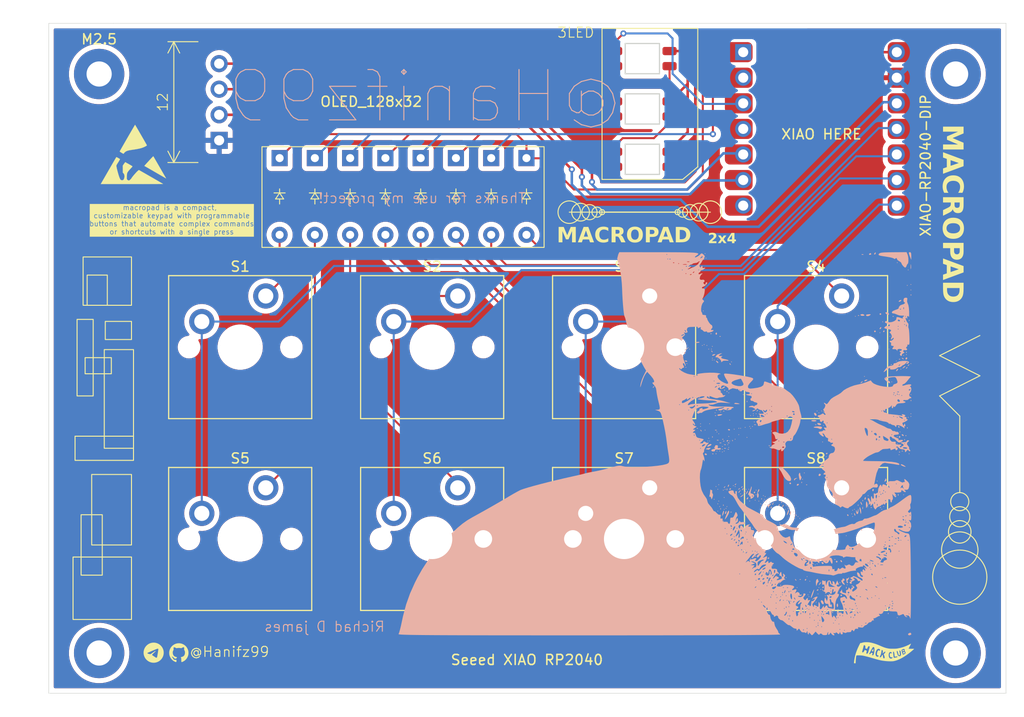
<source format=kicad_pcb>
(kicad_pcb (version 20241229) (generator "pcbnew") (generator_version "9.0")
  (layers (0 "F.Cu" signal) (2 "B.Cu" signal) (13 "F.Paste" user) (15 "B.Paste" user) (5 "F.SilkS" user "F.Silkscreen") (7 "B.SilkS" user "B.Silkscreen") (1 "F.Mask" user) (3 "B.Mask" user) (25 "Edge.Cuts" user))
  (net 0 "")
  (net 1 "Net-(D1-A)")
  (net 2 "ROW 0")
  (net 3 "Net-(D2-A)")
  (net 4 "Net-(D3-A)")
  (net 5 "Net-(D4-A)")
  (net 6 "Net-(D5-A)")
  (net 7 "COLM 0")
  (net 8 "Net-(D6-A)")
  (net 9 "Net-(D7-A)")
  (net 10 "Net-(D8-A)")
  (net 11 "GND")
  (net 12 "+5V")
  (net 13 "Net-(D10-DIN)")
  (net 14 "LED")
  (net 15 "Net-(D10-DOUT)")
  (net 16 "SCL")
  (net 17 "3v3")
  (net 18 "SDA")
  (net 22 "ROW 1")
  (net 23 "COLM 1")
  (net 24 "COLM 2")
  (net 25 "COLM 3")
  (footprint "MountingHole:MountingHole_2.5mm_Pad" (layer "F.Cu") (at 107.47625 22.41625)
    (property "Reference" "REF**" (hide yes))
    (property "Value" "MountingHole_2.5mm_Pad" (hide yes))
    (pad "1" thru_hole circle (at 0 0) (size 5 5) (drill 2.5) (layers "*.Cu" "*.Mask"))
  )
  (footprint "ScottoKeebs_Components:Diode_DO-35" (layer "F.Cu") (at 47.38625 30.76625 -90)
    (property "Reference" "D6" (hide yes))
    (property "Value" "~" (hide yes))
    (pad "1" thru_hole rect (at 0 0 270) (size 1.6 1.6) (drill 0.8) (layers "*.Cu" "*.Mask") (net 22 "ROW 1"))
    (pad "2" thru_hole oval (at 7.62 0 270) (size 1.6 1.6) (drill 0.8) (layers "*.Cu" "*.Mask") (net 8 "Net-(D6-A)"))
  )
  (footprint "Symbol:ESD-Logo_6.6x6mm_SilkScreen" (layer "F.Cu") (at 25.88625 30.38625)
    (property "Reference" "REF**" (hide yes))
    (property "Value" "ESD-Logo_6.6x6mm_SilkScreen" (hide yes))
  )
  (footprint "MountingHole:MountingHole_2.5mm_Pad" (layer "F.Cu") (at 22.47625 79.91625)
    (property "Reference" "REF**" (hide yes))
    (property "Value" "MountingHole_2.5mm_Pad" (hide yes))
    (pad "1" thru_hole circle (at 0 0) (size 5 5) (drill 2.5) (layers "*.Cu" "*.Mask"))
  )
  (footprint "ScottoKeebs_Components:LED_SK6812MINI" (layer "F.Cu") (at 76.38625 20.88625)
    (property "Reference" "D9" (hide yes))
    (property "Value" "LED_SK6812MINI" (hide yes))
    (fp_line (start -1.7 -1.5) (end -1.7 1.5) (stroke (width 0.12)) (layer "Edge.Cuts"))
    (fp_line (start -1.7 1.5) (end 1.7 1.5) (stroke (width 0.12)) (layer "Edge.Cuts"))
    (fp_line (start 1.7 -1.5) (end -1.7 -1.5) (stroke (width 0.12)) (layer "Edge.Cuts"))
    (fp_line (start 1.7 1.5) (end 1.7 -1.5) (stroke (width 0.12)) (layer "Edge.Cuts"))
    (pad "1" smd roundrect (at 2.7 -0.75) (size 1.4 0.82) (layers "F.Cu" "F.Mask" "F.Paste") (net 12 "+5V"))
    (pad "2" smd roundrect (at 2.7 0.75) (size 1.4 0.82) (layers "F.Cu" "F.Mask" "F.Paste") (net 13 "Net-(D10-DIN)"))
    (pad "3" smd roundrect (at -2.7 0.75) (size 1.4 0.82) (layers "F.Cu" "F.Mask" "F.Paste") (net 11 "GND"))
    (pad "4" smd roundrect (at -2.7 -0.75) (size 1.4 0.82) (layers "F.Cu" "F.Mask" "F.Paste") (net 14 "LED"))
  )
  (footprint "ScottoKeebs_MX:MX_PCB_1.00u" (layer "F.Cu") (at 93.62375 49.5425)
    (property "Reference" "S4" (at 0 -8 0) (layer "F.SilkS"))
    (property "Value" "~")
    (pad "" np_thru_hole circle (at -5.08 0) (size 1.75 1.75) (drill 1.75) (layers "*.Cu" "*.Mask"))
    (pad "" np_thru_hole circle (at 0 0) (size 4 4) (drill 4) (layers "*.Cu" "*.Mask"))
    (pad "" np_thru_hole circle (at 5.08 0) (size 1.75 1.75) (drill 1.75) (layers "*.Cu" "*.Mask"))
    (pad "1" thru_hole circle (at -3.81 -2.54) (size 2.5 2.5) (drill 1.5) (layers "*.Cu" "*.Mask") (net 25 "COLM 3"))
    (pad "2" thru_hole circle (at 2.54 -5.08) (size 2.5 2.5) (drill 1.5) (layers "*.Cu" "*.Mask") (net 5 "Net-(D4-A)"))
  )
  (footprint "ScottoKeebs_Components:Diode_DO-35" (layer "F.Cu") (at 57.88625 30.76625 -90)
    (property "Reference" "D3" (hide yes))
    (property "Value" "~" (hide yes))
    (pad "1" thru_hole rect (at 0 0 270) (size 1.6 1.6) (drill 0.8) (layers "*.Cu" "*.Mask") (net 2 "ROW 0"))
    (pad "2" thru_hole oval (at 7.62 0 270) (size 1.6 1.6) (drill 0.8) (layers "*.Cu" "*.Mask") (net 4 "Net-(D3-A)"))
  )
  (footprint "ScottoKeebs_Components:Diode_DO-35" (layer "F.Cu") (at 50.88625 30.76625 -90)
    (property "Reference" "D2" (hide yes))
    (property "Value" "~" (hide yes))
    (pad "1" thru_hole rect (at 0 0 270) (size 1.6 1.6) (drill 0.8) (layers "*.Cu" "*.Mask") (net 2 "ROW 0"))
    (pad "2" thru_hole oval (at 7.62 0 270) (size 1.6 1.6) (drill 0.8) (layers "*.Cu" "*.Mask") (net 3 "Net-(D2-A)"))
  )
  (footprint "custom logo:HACKCLUB_LOGO" (layer "F.Cu") (at 100.38625 79.88625)
    (property "Reference" "G***" (hide yes))
    (property "Value" "LOGO" (hide yes))
  )
  (footprint "ScottoKeebs_Components:Diode_DO-35" (layer "F.Cu") (at 54.38625 30.76625 -90)
    (property "Reference" "D7" (hide yes))
    (property "Value" "~" (hide yes))
    (pad "1" thru_hole rect (at 0 0 270) (size 1.6 1.6) (drill 0.8) (layers "*.Cu" "*.Mask") (net 22 "ROW 1"))
    (pad "2" thru_hole oval (at 7.62 0 270) (size 1.6 1.6) (drill 0.8) (layers "*.Cu" "*.Mask") (net 9 "Net-(D7-A)"))
  )
  (footprint "ScottoKeebs_MX:MX_PCB_1.00u" (layer "F.Cu") (at 36.47375 68.5925)
    (property "Reference" "S5" (at 0 -8 0) (layer "F.SilkS"))
    (property "Value" "~")
    (pad "" np_thru_hole circle (at -5.08 0) (size 1.75 1.75) (drill 1.75) (layers "*.Cu" "*.Mask"))
    (pad "" np_thru_hole circle (at 0 0) (size 4 4) (drill 4) (layers "*.Cu" "*.Mask"))
    (pad "" np_thru_hole circle (at 5.08 0) (size 1.75 1.75) (drill 1.75) (layers "*.Cu" "*.Mask"))
    (pad "1" thru_hole circle (at -3.81 -2.54) (size 2.5 2.5) (drill 1.5) (layers "*.Cu" "*.Mask") (net 7 "COLM 0"))
    (pad "2" thru_hole circle (at 2.54 -5.08) (size 2.5 2.5) (drill 1.5) (layers "*.Cu" "*.Mask") (net 6 "Net-(D5-A)"))
  )
  (footprint "ScottoKeebs_Components:Diode_DO-35" (layer "F.Cu") (at 43.88625 30.76625 -90)
    (property "Reference" "D5" (hide yes))
    (property "Value" "~" (hide yes))
    (pad "1" thru_hole rect (at 0 0 270) (size 1.6 1.6) (drill 0.8) (layers "*.Cu" "*.Mask") (net 22 "ROW 1"))
    (pad "2" thru_hole oval (at 7.62 0 270) (size 1.6 1.6) (drill 0.8) (layers "*.Cu" "*.Mask") (net 6 "Net-(D5-A)"))
  )
  (footprint "ScottoKeebs_Components:Diode_DO-35" (layer "F.Cu") (at 61.38625 30.76625 -90)
    (property "Reference" "D8" (hide yes))
    (property "Value" "~" (hide yes))
    (pad "1" thru_hole rect (at 0 0 270) (size 1.6 1.6) (drill 0.8) (layers "*.Cu" "*.Mask") (net 22 "ROW 1"))
    (pad "2" thru_hole oval (at 7.62 0 270) (size 1.6 1.6) (drill 0.8) (layers "*.Cu" "*.Mask") (net 10 "Net-(D8-A)"))
  )
  (footprint "custom logo:TELEGRAM_LOGO" (layer "F.Cu") (at 27.88625 79.88625)
    (property "Reference" "G***" (hide yes))
    (property "Value" "LOGO" (hide yes))
  )
  (footprint "ScottoKeebs_Components:Diode_DO-35" (layer "F.Cu") (at 40.38625 30.76625 -90)
    (property "Reference" "D1" (hide yes))
    (property "Value" "~" (hide yes))
    (pad "1" thru_hole rect (at 0 0 270) (size 1.6 1.6) (drill 0.8) (layers "*.Cu" "*.Mask") (net 2 "ROW 0"))
    (pad "2" thru_hole oval (at 7.62 0 270) (size 1.6 1.6) (drill 0.8) (layers "*.Cu" "*.Mask") (net 1 "Net-(D1-A)"))
  )
  (footprint "custom logo:GITHUB_LOGO-2mm" (layer "F.Cu") (at 30.38625 79.88625)
    (property "Reference" "G***" (hide yes))
    (property "Value" "LOGO" (hide yes))
    (fp_text user "@Hanifz99" (at 1 0.499924 0) (layer "F.SilkS") (effects (font (thickness 0.1)) (justify left bottom)))
  )
  (footprint "ScottoKeebs_MCU:Seeed_XIAO_RP2040" (layer "F.Cu") (at 94.01625 27.86625)
    (property "Reference" "U1" (hide yes))
    (property "Value" "XIAO-RP2040-DIP" (at 10.48375 3.63375 90) (layer "F.SilkS"))
    (pad "1" smd roundrect (at -8.065 -7.62) (size 2.75 2) (layers "F.Cu" "F.Mask" "F.Paste") (net 2 "ROW 0"))
    (pad "1" thru_hole rect (at -7.62 -7.62 90) (size 1.6 1.6) (drill 1) (layers "*.Cu" "*.Mask") (net 2 "ROW 0"))
    (pad "2" smd roundrect (at -8.065 -5.08) (size 2.75 2) (layers "F.Cu" "F.Mask" "F.Paste") (net 22 "ROW 1"))
    (pad "2" thru_hole circle (at -7.62 -5.08 90) (size 1.6 1.6) (drill 1) (layers "*.Cu" "*.Mask") (net 22 "ROW 1"))
    (pad "3" smd roundrect (at -8.065 -2.54) (size 2.75 2) (layers "F.Cu" "F.Mask" "F.Paste") (net 14 "LED"))
    (pad "3" thru_hole circle (at -7.62 -2.54 90) (size 1.6 1.6) (drill 1) (layers "*.Cu" "*.Mask") (net 14 "LED"))
    (pad "4" smd roundrect (at -8.065 0) (size 2.75 2) (layers "F.Cu" "F.Mask" "F.Paste"))
    (pad "4" thru_hole circle (at -7.62 0 90) (size 1.6 1.6) (drill 1) (layers "*.Cu" "*.Mask"))
    (pad "5" smd roundrect (at -8.065 2.54) (size 2.75 2) (layers "F.Cu" "F.Mask" "F.Paste") (net 18 "SDA"))
    (pad "5" thru_hole circle (at -7.62 2.54 90) (size 1.6 1.6) (drill 1) (layers "*.Cu" "*.Mask") (net 18 "SDA"))
    (pad "6" smd roundrect (at -8.065 5.08) (size 2.75 2) (layers "F.Cu" "F.Mask" "F.Paste") (net 16 "SCL"))
    (pad "6" thru_hole circle (at -7.62 5.08 90) (size 1.6 1.6) (drill 1) (layers "*.Cu" "*.Mask") (net 16 "SCL"))
    (pad "7" smd roundrect (at -8.065 7.62) (size 2.75 2) (layers "F.Cu" "F.Mask" "F.Paste"))
    (pad "7" thru_hole circle (at -7.62 7.62 90) (size 1.6 1.6) (drill 1) (layers "*.Cu" "*.Mask"))
    (pad "8" thru_hole circle (at 7.62 7.62 90) (size 1.6 1.6) (drill 1) (layers "*.Cu" "*.Mask") (net 25 "COLM 3"))
    (pad "8" smd roundrect (at 8.1 7.62) (size 2.75 2) (layers "F.Cu" "F.Mask" "F.Paste") (net 25 "COLM 3"))
    (pad "9" thru_hole circle (at 7.62 5.08 90) (size 1.6 1.6) (drill 1) (layers "*.Cu" "*.Mask") (net 24 "COLM 2"))
    (pad "9" smd roundrect (at 8.1 5.08) (size 2.75 2) (layers "F.Cu" "F.Mask" "F.Paste") (net 24 "COLM 2"))
    (pad "10" thru_hole circle (at 7.62 2.54 90) (size 1.6 1.6) (drill 1) (layers "*.Cu" "*.Mask") (net 23 "COLM 1"))
    (pad "10" smd roundrect (at 8.1 2.54) (size 2.75 2) (layers "F.Cu" "F.Mask" "F.Paste") (net 23 "COLM 1"))
    (pad "11" thru_hole circle (at 7.62 0 90) (size 1.6 1.6) (drill 1) (layers "*.Cu" "*.Mask") (net 7 "COLM 0"))
    (pad "11" smd roundrect (at 8.1 0) (size 2.75 2) (layers "F.Cu" "F.Mask" "F.Paste") (net 7 "COLM 0"))
    (pad "12" thru_hole circle (at 7.62 -2.54 90) (size 1.6 1.6) (drill 1) (layers "*.Cu" "*.Mask") (net 17 "3v3"))
    (pad "12" smd roundrect (at 8.1 -2.54) (size 2.75 2) (layers "F.Cu" "F.Mask" "F.Paste") (net 17 "3v3"))
    (pad "13" thru_hole circle (at 7.62 -5.08 90) (size 1.6 1.6) (drill 1) (layers "*.Cu" "*.Mask") (net 11 "GND"))
    (pad "13" smd roundrect (at 8.1 -5.08) (size 2.75 2) (layers "F.Cu" "F.Mask" "F.Paste") (net 11 "GND"))
    (pad "14" thru_hole circle (at 7.62 -7.62 90) (size 1.6 1.6) (drill 1) (layers "*.Cu" "*.Mask") (net 12 "+5V"))
    (pad "14" smd roundrect (at 8.1 -7.62) (size 2.75 2) (layers "F.Cu" "F.Mask" "F.Paste") (net 12 "+5V"))
  )
  (footprint "ScottoKeebs_Components:Diode_DO-35" (layer "F.Cu") (at 64.88625 30.76625 -90)
    (property "Reference" "D4" (hide yes))
    (property "Value" "~" (hide yes))
    (pad "1" thru_hole rect (at 0 0 270) (size 1.6 1.6) (drill 0.8) (layers "*.Cu" "*.Mask") (net 2 "ROW 0"))
    (pad "2" thru_hole oval (at 7.62 0 270) (size 1.6 1.6) (drill 0.8) (layers "*.Cu" "*.Mask") (net 5 "Net-(D4-A)"))
  )
  (footprint "MountingHole:MountingHole_2.5mm_Pad" (layer "F.Cu") (at 107.47625 79.91625)
    (property "Reference" "REF**" (hide yes))
    (property "Value" "MountingHole_2.5mm_Pad" (hide yes))
    (pad "1" thru_hole circle (at 0 0) (size 5 5) (drill 2.5) (layers "*.Cu" "*.Mask"))
  )
  (footprint "ScottoKeebs_MX:MX_PCB_1.00u" (layer "F.Cu") (at 74.57375 68.5925)
    (property "Reference" "S7" (at 0 -8 0) (layer "F.SilkS"))
    (property "Value" "~")
    (pad "" np_thru_hole circle (at -5.08 0) (size 1.75 1.75) (drill 1.75) (layers "*.Cu" "*.Mask"))
    (pad "" np_thru_hole circle (at 0 0) (size 4 4) (drill 4) (layers "*.Cu" "*.Mask"))
    (pad "" np_thru_hole circle (at 5.08 0) (size 1.75 1.75) (drill 1.75) (layers "*.Cu" "*.Mask"))
    (pad "1" thru_hole circle (at -3.81 -2.54) (size 2.5 2.5) (drill 1.5) (layers "*.Cu" "*.Mask") (net 24 "COLM 2"))
    (pad "2" thru_hole circle (at 2.54 -5.08) (size 2.5 2.5) (drill 1.5) (layers "*.Cu" "*.Mask") (net 9 "Net-(D7-A)"))
  )
  (footprint "ScottoKeebs_MX:MX_PCB_1.00u" (layer "F.Cu") (at 55.52375 49.5425)
    (property "Reference" "S2" (at 0 -8 0) (layer "F.SilkS"))
    (property "Value" "~")
    (pad "" np_thru_hole circle (at -5.08 0) (size 1.75 1.75) (drill 1.75) (layers "*.Cu" "*.Mask"))
    (pad "" np_thru_hole circle (at 0 0) (size 4 4) (drill 4) (layers "*.Cu" "*.Mask"))
    (pad "" np_thru_hole circle (at 5.08 0) (size 1.75 1.75) (drill 1.75) (layers "*.Cu" "*.Mask"))
    (pad "1" thru_hole circle (at -3.81 -2.54) (size 2.5 2.5) (drill 1.5) (layers "*.Cu" "*.Mask") (net 23 "COLM 1"))
    (pad "2" thru_hole circle (at 2.54 -5.08) (size 2.5 2.5) (drill 1.5) (layers "*.Cu" "*.Mask") (net 3 "Net-(D2-A)"))
  )
  (footprint "ScottoKeebs_Components:OLED_128x32" (layer "F.Cu") (at 32.78625 19.20625)
    (property "Reference" "J1" (hide yes))
    (property "Value" "OLED_128x32" (at 16.69 5.96 0) (layer "F.SilkS"))
    (pad "1" thru_hole rect (at 1.6 9.8 180) (size 1.7 1.7) (drill 1) (layers "*.Cu" "*.Mask") (net 11 "GND"))
    (pad "2" thru_hole oval (at 1.6 7.26 180) (size 1.7 1.7) (drill 1) (layers "*.Cu" "*.Mask") (net 17 "3v3"))
    (pad "3" thru_hole oval (at 1.6 4.72 180) (size 1.7 1.7) (drill 1) (layers "*.Cu" "*.Mask") (net 16 "SCL"))
    (pad "4" thru_hole oval (at 1.6 2.18 180) (size 1.7 1.7) (drill 1) (layers "*.Cu" "*.Mask") (net 18 "SDA"))
  )
  (footprint "ScottoKeebs_MX:MX_PCB_1.00u" (layer "F.Cu") (at 36.47375 49.5425)
    (property "Reference" "S1" (at 0 -8 0) (layer "F.SilkS"))
    (property "Value" "~")
    (pad "" np_thru_hole circle (at -5.08 0) (size 1.75 1.75) (drill 1.75) (layers "*.Cu" "*.Mask"))
    (pad "" np_thru_hole circle (at 0 0) (size 4 4) (drill 4) (layers "*.Cu" "*.Mask"))
    (pad "" np_thru_hole circle (at 5.08 0) (size 1.75 1.75) (drill 1.75) (layers "*.Cu" "*.Mask"))
    (pad "1" thru_hole circle (at -3.81 -2.54) (size 2.5 2.5) (drill 1.5) (layers "*.Cu" "*.Mask") (net 7 "COLM 0"))
    (pad "2" thru_hole circle (at 2.54 -5.08) (size 2.5 2.5) (drill 1.5) (layers "*.Cu" "*.Mask") (net 1 "Net-(D1-A)"))
  )
  (footprint "ScottoKeebs_Components:LED_SK6812MINI" (layer "F.Cu") (at 76.38625 30.88625)
    (property "Reference" "D11" (hide yes))
    (property "Value" "LED_SK6812MINI" (hide yes))
    (fp_line (start -1.7 -1.5) (end -1.7 1.5) (stroke (width 0.12)) (layer "Edge.Cuts"))
    (fp_line (start -1.7 1.5) (end 1.7 1.5) (stroke (width 0.12)) (layer "Edge.Cuts"))
    (fp_line (start 1.7 -1.5) (end -1.7 -1.5) (stroke (width 0.12)) (layer "Edge.Cuts"))
    (fp_line (start 1.7 1.5) (end 1.7 -1.5) (stroke (width 0.12)) (layer "Edge.Cuts"))
    (pad "1" smd roundrect (at 2.7 -0.75) (size 1.4 0.82) (layers "F.Cu" "F.Mask" "F.Paste") (net 12 "+5V"))
    (pad "2" smd roundrect (at 2.7 0.75) (size 1.4 0.82) (layers "F.Cu" "F.Mask" "F.Paste"))
    (pad "3" smd roundrect (at -2.7 0.75) (size 1.4 0.82) (layers "F.Cu" "F.Mask" "F.Paste") (net 11 "GND"))
    (pad "4" smd roundrect (at -2.7 -0.75) (size 1.4 0.82) (layers "F.Cu" "F.Mask" "F.Paste") (net 15 "Net-(D10-DOUT)"))
  )
  (footprint "MountingHole:MountingHole_2.5mm_Pad" (layer "F.Cu") (at 22.47625 22.41625)
    (property "Reference" "M2.5" (at 0 -3.45 0) (layer "F.SilkS"))
    (property "Value" "MountingHole_2.5mm_Pad")
    (pad "1" thru_hole circle (at 0 0) (size 5 5) (drill 2.5) (layers "*.Cu" "*.Mask"))
  )
  (footprint "ScottoKeebs_MX:MX_PCB_1.00u" (layer "F.Cu") (at 55.52375 68.5925)
    (property "Reference" "S6" (at 0 -8 0) (layer "F.SilkS"))
    (property "Value" "~")
    (pad "" np_thru_hole circle (at -5.08 0) (size 1.75 1.75) (drill 1.75) (layers "*.Cu" "*.Mask"))
    (pad "" np_thru_hole circle (at 0 0) (size 4 4) (drill 4) (layers "*.Cu" "*.Mask"))
    (pad "" np_thru_hole circle (at 5.08 0) (size 1.75 1.75) (drill 1.75) (layers "*.Cu" "*.Mask"))
    (pad "1" thru_hole circle (at -3.81 -2.54) (size 2.5 2.5) (drill 1.5) (layers "*.Cu" "*.Mask") (net 23 "COLM 1"))
    (pad "2" thru_hole circle (at 2.54 -5.08) (size 2.5 2.5) (drill 1.5) (layers "*.Cu" "*.Mask") (net 8 "Net-(D6-A)"))
  )
  (footprint "ScottoKeebs_Components:LED_SK6812MINI" (layer "F.Cu") (at 76.38625 25.88625)
    (property "Reference" "D10" (hide yes))
    (property "Value" "LED_SK6812MINI" (hide yes))
    (fp_line (start -1.7 -1.5) (end -1.7 1.5) (stroke (width 0.12)) (layer "Edge.Cuts"))
    (fp_line (start -1.7 1.5) (end 1.7 1.5) (stroke (width 0.12)) (layer "Edge.Cuts"))
    (fp_line (start 1.7 -1.5) (end -1.7 -1.5) (stroke (width 0.12)) (layer "Edge.Cuts"))
    (fp_line (start 1.7 1.5) (end 1.7 -1.5) (stroke (width 0.12)) (layer "Edge.Cuts"))
    (pad "1" smd roundrect (at 2.7 -0.75) (size 1.4 0.82) (layers "F.Cu" "F.Mask" "F.Paste") (net 12 "+5V"))
    (pad "2" smd roundrect (at 2.7 0.75) (size 1.4 0.82) (layers "F.Cu" "F.Mask" "F.Paste") (net 15 "Net-(D10-DOUT)"))
    (pad "3" smd roundrect (at -2.7 0.75) (size 1.4 0.82) (layers "F.Cu" "F.Mask" "F.Paste") (net 11 "GND"))
    (pad "4" smd roundrect (at -2.7 -0.75) (size 1.4 0.82) (layers "F.Cu" "F.Mask" "F.Paste") (net 13 "Net-(D10-DIN)"))
  )
  (footprint "ScottoKeebs_MX:MX_PCB_1.00u" (layer "F.Cu") (at 93.62375 68.5925)
    (property "Reference" "S8" (at 0 -8 0) (layer "F.SilkS"))
    (property "Value" "~")
    (pad "" np_thru_hole circle (at -5.08 0) (size 1.75 1.75) (drill 1.75) (layers "*.Cu" "*.Mask"))
    (pad "" np_thru_hole circle (at 0 0) (size 4 4) (drill 4) (layers "*.Cu" "*.Mask"))
    (pad "" np_thru_hole circle (at 5.08 0) (size 1.75 1.75) (drill 1.75) (layers "*.Cu" "*.Mask"))
    (pad "1" thru_hole circle (at -3.81 -2.54) (size 2.5 2.5) (drill 1.5) (layers "*.Cu" "*.Mask") (net 25 "COLM 3"))
    (pad "2" thru_hole circle (at 2.54 -5.08) (size 2.5 2.5) (drill 1.5) (layers "*.Cu" "*.Mask") (net 10 "Net-(D8-A)"))
  )
  (footprint "ScottoKeebs_MX:MX_PCB_1.00u" (layer "F.Cu") (at 74.57375 49.5425)
    (property "Reference" "S3" (at 0 -8 0) (layer "F.SilkS"))
    (property "Value" "~")
    (pad "" np_thru_hole circle (at -5.08 0) (size 1.75 1.75) (drill 1.75) (layers "*.Cu" "*.Mask"))
    (pad "" np_thru_hole circle (at 0 0) (size 4 4) (drill 4) (layers "*.Cu" "*.Mask"))
    (pad "" np_thru_hole circle (at 5.08 0) (size 1.75 1.75) (drill 1.75) (layers "*.Cu" "*.Mask"))
    (pad "1" thru_hole circle (at -3.81 -2.54) (size 2.5 2.5) (drill 1.5) (layers "*.Cu" "*.Mask") (net 24 "COLM 2"))
    (pad "2" thru_hole circle (at 2.54 -5.08) (size 2.5 2.5) (drill 1.5) (layers "*.Cu" "*.Mask") (net 4 "Net-(D3-A)"))
  )
  (footprint "custom logo:RICHAD_FACE_LOGO-67mm" (layer "B.Cu") (at 69.187624 59.137401 180)
    (property "Reference" "G***" (hide yes))
    (property "Value" "LOGO" (hide yes))
  )
  (gr_rect (start 22.98625 49.78625) (end 25.88625 59.58625) (stroke (width 0.1)) (fill no) (layer "F.SilkS"))
  (gr_line (start 81.88625 17.88625) (end 72.38625 17.88625) (stroke (width 0.1)) (layer "F.SilkS"))
  (gr_line (start 72.38625 32.88625) (end 80.38625 32.88625) (stroke (width 0.1)) (layer "F.SilkS"))
  (gr_circle (center 79.88625 36.13625) (end 79.63625 36.13625) (stroke (width 0.1)) (fill no) (layer "F.SilkS"))
  (gr_circle (center 82.018216 36.13625) (end 81.13625 36.13625) (stroke (width 0.1)) (fill no) (layer "F.SilkS"))
  (gr_circle (center 71.88625 36.13625) (end 72.38625 36.13625) (stroke (width 0.1)) (fill no) (layer "F.SilkS"))
  (gr_line (start 81.88625 31.63625) (end 81.88625 17.88625) (stroke (width 0.1)) (layer "F.SilkS"))
  (gr_rect (start 20.28625 46.78625) (end 21.88625 54.38625) (stroke (width 0.1)) (fill no) (layer "F.SilkS"))
  (gr_circle (center 107.88625 66.38625) (end 107.88625 65.38625) (stroke (width 0.1)) (fill no) (layer "F.SilkS"))
  (gr_line (start 72.38625 17.88625) (end 72.38625 32.88625) (stroke (width 0.1)) (layer "F.SilkS"))
  (gr_rect (start 38.63625 29.63625) (end 66.63625 39.63625) (stroke (width 0.1)) (fill no) (layer "F.SilkS"))
  (gr_circle (center 83.13625 36.13625) (end 82.13625 35.63625) (stroke (width 0.1)) (fill no) (layer "F.SilkS"))
  (gr_rect (start 23.08625 46.98625) (end 25.68625 48.78625) (stroke (width 0.1)) (fill no) (layer "F.SilkS"))
  (gr_circle (center 70.254284 36.13625) (end 71.13625 36.13625) (stroke (width 0.1)) (fill no) (layer "F.SilkS"))
  (gr_circle (center 107.88625 72.38625) (end 108.88625 74.88625) (stroke (width 0.1)) (fill no) (layer "F.SilkS"))
  (gr_circle (center 69.13625 36.13625) (end 70.13625 36.63625) (stroke (width 0.1)) (fill no) (layer "F.SilkS"))
  (gr_line (start 80.38625 32.88625) (end 81.88625 31.63625) (stroke (width 0.1)) (layer "F.SilkS"))
  (gr_rect (start 19.88625 70.38625) (end 25.68625 76.58625) (stroke (width 0.1)) (fill no) (layer "F.SilkS"))
  (gr_line (start 107.88625 63.98625) (end 107.88625 56.38625) (stroke (width 0.1)) (layer "F.SilkS"))
  (gr_line (start 109.88625 48.38625) (end 105.88625 50.38625) (stroke (width 0.1)) (layer "F.SilkS"))
  (gr_circle (center 107.88625 69.693668) (end 107.88625 67.88625) (stroke (width 0.1)) (fill no) (layer "F.SilkS"))
  (gr_circle (center 80.38625 36.13625) (end 79.88625 36.13625) (stroke (width 0.1)) (fill no) (layer "F.SilkS"))
  (gr_circle (center 72.38625 36.13625) (end 72.63625 36.13625) (stroke (width 0.1)) (fill no) (layer "F.SilkS"))
  (gr_rect (start 20.88625 40.58625) (end 25.68625 45.38625) (stroke (width 0.1)) (fill no) (layer "F.SilkS"))
  (gr_line (start 109.88625 52.38625) (end 105.88625 50.38625) (stroke (width 0.1)) (layer "F.SilkS"))
  (gr_line (start 72.63625 36.13625) (end 83.13625 36.13625) (stroke (width 0.1)) (layer "F.SilkS"))
  (gr_line (start 107.88625 56.38625) (end 105.88625 54.38625) (stroke (width 0.1)) (layer "F.SilkS"))
  (gr_rect (start 20.08625 58.38625) (end 25.88625 60.78625) (stroke (width 0.1)) (fill no) (layer "F.SilkS"))
  (gr_line (start 79.63625 36.13625) (end 69.13625 36.13625) (stroke (width 0.1)) (layer "F.SilkS"))
  (gr_circle (center 107.88625 64.88625) (end 107.88625 63.98625) (stroke (width 0.1)) (fill no) (layer "F.SilkS"))
  (gr_circle (center 81.13625 36.13625) (end 80.38625 36.13625) (stroke (width 0.1)) (fill no) (layer "F.SilkS"))
  (gr_rect (start 21.73625 62.18625) (end 25.68625 69.18625) (stroke (width 0.1)) (fill no) (layer "F.SilkS"))
  (gr_rect (start 21.08625 50.58625) (end 23.68625 52.18625) (stroke (width 0.1)) (fill no) (layer "F.SilkS"))
  (gr_line (start 105.88625 54.38625) (end 109.88625 52.38625) (stroke (width 0.1)) (layer "F.SilkS"))
  (gr_rect (start 20.68625 66.18625) (end 22.78625 72.18625) (stroke (width 0.1)) (fill no) (layer "F.SilkS"))
  (gr_circle (center 107.88625 67.88625) (end 108.38625 66.88625) (stroke (width 0.1)) (fill no) (layer "F.SilkS"))
  (gr_rect (start 21.28625 42.38625) (end 23.28625 45.38625) (stroke (width 0.1)) (fill no) (layer "F.SilkS"))
  (gr_circle (center 71.13625 36.13625) (end 71.88625 36.13625) (stroke (width 0.1)) (fill no) (layer "F.SilkS"))
  (gr_line (start 17.47625 83.91625) (end 17.47625 17.38625) (stroke (width 0.05)) (layer "Edge.Cuts"))
  (gr_line (start 112.47625 83.91625) (end 112.47625 17.38625) (stroke (width 0.05)) (layer "Edge.Cuts"))
  (gr_line (start 17.47625 83.91625) (end 112.47625 83.91625) (stroke (width 0.05)) (layer "Edge.Cuts"))
  (gr_line (start 23.88625 17.38625) (end 17.47625 17.38625) (stroke (width 0.05)) (layer "Edge.Cuts"))
  (gr_line (start 23.88625 17.38625) (end 112.47625 17.38625) (stroke (width 0.05)) (layer "Edge.Cuts"))
  (gr_text "3LED" (at 67.88625 18.88625 0) (layer "F.SilkS") (effects (font (size 1 1) (thickness 0.1)) (justify left bottom)))
  (gr_text "2x4" (at 82.88625 39.38625 0) (layer "F.SilkS") (effects (font (size 1 1) (thickness 0.25) (bold yes)) (justify left bottom)))
  (gr_text "MACROPAD" (at 67.88625 39.38625 0) (layer "F.SilkS") (effects (font (size 1.5 1.5) (thickness 0.3) (bold yes)) (justify left bottom)))
  (gr_text "Seeed XIAO RP2040" (at 57.28625 81.18625 0) (layer "F.SilkS") (effects (font (size 1 1)) (justify left bottom)))
  (gr_text "macropad is a compact,\n customizable keypad with programmable\n buttons that automate complex commands\n or shortcuts with a single press" (at 29.48625 38.38625 0) (layer "F.SilkS" knockout) (effects (font (size 0.5 0.5) (thickness 0.0625)) (justify bottom)))
  (gr_text "MACROPAD" (at 105.88625 27.38625 270) (layer "F.SilkS") (effects (font (size 2 2) (thickness 0.3) (bold yes)) (justify left bottom)))
  (gr_text "XIAO HERE" (at 90.08625 28.98625 0) (layer "F.SilkS") (effects (font (size 1 1)) (justify left bottom)))
  (gr_text "Thanks for use my project!" (at 64.88625 35.32625 0) (layer "B.SilkS") (effects (font (size 1 1) (thickness 0.1)) (justify left bottom mirror)))
  (gr_text "@Hanifz99" (at 74.68625 27.58625 -0) (layer "B.SilkS") (effects (font (size 5 5) (thickness 0.1)) (justify left bottom mirror)))
  (gr_text "Richad D james" (at 50.88625 77.88625 -0) (layer "B.SilkS") (effects (font (size 1 1) (thickness 0.1)) (justify left bottom mirror)))
  (dimension (type orthogonal) (layer "F.SilkS") (pts (xy 32.78625 31.20625) (xy 32.78625 19.20625)) (height -2.9) (orientation 1) (format (prefix "") (suffix "") (units 3) (units_format 0) (precision 4) (suppress_zeroes yes)) (style (thickness 0.1) (arrow_length 1.27) (text_position_mode 0) (arrow_direction outward) (extension_height 0.58642) (extension_offset 0.5) (keep_text_aligned yes)) (gr_text "12" (at 28.78625 25.20625 90) (layer "F.SilkS") (effects (font (size 1 1) (thickness 0.1)))))
  (segment (start 40.38625 43.09) (end 39.01375 44.4625) (width 0.2) (layer "F.Cu") (net 1))
  (segment (start 40.38625 38.38625) (end 40.38625 43.09) (width 0.2) (layer "F.Cu") (net 1))
  (segment (start 83.90625 20.24625) (end 82.38625 21.76625) (width 0.2) (layer "F.Cu") (net 2))
  (segment (start 50.88625 30.76625) (end 53.26625 28.38625) (width 0.2) (layer "F.Cu") (net 2))
  (segment (start 85.84125 20.24625) (end 83.90625 20.24625) (width 0.2) (layer "F.Cu") (net 2))
  (segment (start 82.38625 32.38625) (end 80.88625 33.88625) (width 0.2) (layer "F.Cu") (net 2))
  (segment (start 42.76625 28.38625) (end 53.26625 28.38625) (width 0.2) (layer "F.Cu") (net 2))
  (segment (start 64.90625 30.78625) (end 64.88625 30.76625) (width 0.2) (layer "F.Cu") (net 2))
  (segment (start 85.95125 20.13625) (end 85.84125 20.24625) (width 0.2) (layer "F.Cu") (net 2))
  (segment (start 53.26625 28.38625) (end 60.26625 28.38625) (width 0.2) (layer "F.Cu") (net 2))
  (segment (start 82.38625 21.76625) (end 82.38625 32.38625) (width 0.2) (layer "F.Cu") (net 2))
  (segment (start 69.58625 33.88625) (end 66.48625 30.78625) (width 0.2) (layer "F.Cu") (net 2))
  (segment (start 64.88625 29.38625) (end 64.88625 30.76625) (width 0.2) (layer "F.Cu") (net 2))
  (segment (start 63.88625 28.38625) (end 64.88625 29.38625) (width 0.2) (layer "F.Cu") (net 2))
  (segment (start 66.48625 30.78625) (end 64.90625 30.78625) (width 0.2) (layer "F.Cu") (net 2))
  (segment (start 40.38625 30.76625) (end 42.76625 28.38625) (width 0.2) (layer "F.Cu") (net 2))
  (segment (start 60.26625 28.38625) (end 63.88625 28.38625) (width 0.2) (layer "F.Cu") (net 2))
  (segment (start 80.88625 33.88625) (end 69.58625 33.88625) (width 0.2) (layer "F.Cu") (net 2))
  (segment (start 57.88625 30.76625) (end 60.26625 28.38625) (width 0.2) (layer "F.Cu") (net 2))
  (segment (start 50.88625 40.38625) (end 54.9625 44.4625) (width 0.2) (layer "F.Cu") (net 3))
  (segment (start 50.88625 38.38625) (end 50.88625 40.38625) (width 0.2) (layer "F.Cu") (net 3))
  (segment (start 54.9625 44.4625) (end 58.06375 44.4625) (width 0.2) (layer "F.Cu") (net 3))
  (segment (start 57.88625 38.38625) (end 57.88625 38.78625) (width 0.2) (layer "F.Cu") (net 4))
  (segment (start 63.48625 44.38625) (end 77.0375 44.38625) (width 0.2) (layer "F.Cu") (net 4))
  (segment (start 77.0375 44.38625) (end 77.11375 44.4625) (width 0.2) (layer "F.Cu") (net 4))
  (segment (start 57.88625 38.78625) (end 63.48625 44.38625) (width 0.2) (layer "F.Cu") (net 4))
  (segment (start 64.88625 38.38625) (end 66.38625 39.88625) (width 0.2) (layer "F.Cu") (net 5))
  (segment (start 66.38625 39.88625) (end 91.5875 39.88625) (width 0.2) (layer "F.Cu") (net 5))
  (segment (start 91.5875 39.88625) (end 96.16375 44.4625) (width 0.2) (layer "F.Cu") (net 5))
  (segment (start 43.88625 38.38625) (end 43.88625 58.64) (width 0.2) (layer "F.Cu") (net 6))
  (segment (start 43.88625 58.64) (end 39.01375 63.5125) (width 0.2) (layer "F.Cu") (net 6))
  (segment (start 86.15305 41.48525) (end 45.78725 41.48525) (width 0.2) (layer "B.Cu") (net 7))
  (segment (start 45.78725 41.48525) (end 40.27 47.0025) (width 0.2) (layer "B.Cu") (net 7))
  (segment (start 32.66375 47.0025) (end 32.66375 66.0525) (width 0.2) (layer "B.Cu") (net 7))
  (segment (start 99.85205 27.78625) (end 86.15305 41.48525) (width 0.2) (layer "B.Cu") (net 7))
  (segment (start 101.63625 27.75625) (end 101.60625 27.78625) (width 0.2) (layer "B.Cu") (net 7))
  (segment (start 40.27 47.0025) (end 32.66375 47.0025) (width 0.2) (layer "B.Cu") (net 7))
  (segment (start 101.60625 27.78625) (end 99.85205 27.78625) (width 0.2) (layer "B.Cu") (net 7))
  (segment (start 58.06375 63.06375) (end 58.06375 63.5125) (width 0.2) (layer "F.Cu") (net 8))
  (segment (start 47.38625 38.38625) (end 47.38625 52.38625) (width 0.2) (layer "F.Cu") (net 8))
  (segment (start 47.38625 52.38625) (end 58.06375 63.06375) (width 0.2) (layer "F.Cu") (net 8))
  (segment (start 54.38625 38.38625) (end 54.38625 40.38625) (width 0.2) (layer "F.Cu") (net 9))
  (segment (start 55.38625 41.38625) (end 58.38625 41.38625) (width 0.2) (layer "F.Cu") (net 9))
  (segment (start 58.38625 41.38625) (end 77.11375 60.11375) (width 0.2) (layer "F.Cu") (net 9))
  (segment (start 77.11375 60.11375) (end 77.11375 63.5125) (width 0.2) (layer "F.Cu") (net 9))
  (segment (start 54.38625 40.38625) (end 55.38625 41.38625) (width 0.2) (layer "F.Cu") (net 9))
  (segment (start 96.16375 59.86375) (end 96.16375 63.5125) (width 0.2) (layer "F.Cu") (net 10))
  (segment (start 61.38625 38.38625) (end 61.38625 39.88625) (width 0.2) (layer "F.Cu") (net 10))
  (segment (start 61.38625 39.88625) (end 62.88625 41.38625) (width 0.2) (layer "F.Cu") (net 10))
  (segment (start 62.88625 41.38625) (end 77.68625 41.38625) (width 0.2) (layer "F.Cu") (net 10))
  (segment (start 77.68625 41.38625) (end 96.16375 59.86375) (width 0.2) (layer "F.Cu") (net 10))
  (segment (start 79.08625 25.13625) (end 79.13625 25.13625) (width 0.25) (layer "F.Cu") (net 12))
  (segment (start 79.08625 29.98625) (end 80.88625 28.18625) (width 0.25) (layer "F.Cu") (net 12))
  (segment (start 80.88625 23.38625) (end 80.88625 20.18625) (width 0.25) (layer "F.Cu") (net 12))
  (segment (start 92.08625 18.38625) (end 93.94625 20.24625) (width 0.25) (layer "F.Cu") (net 12))
  (segment (start 79.08625 20.13625) (end 80.83625 20.13625) (width 0.25) (layer "F.Cu") (net 12))
  (segment (start 79.08625 30.13625) (end 79.08625 29.98625) (width 0.25) (layer "F.Cu") (net 12))
  (segment (start 80.83625 20.13625) (end 80.88625 20.18625) (width 0.25) (layer "F.Cu") (net 12))
  (segment (start 79.13625 25.13625) (end 80.88625 23.38625) (width 0.25) (layer "F.Cu") (net 12))
  (segment (start 80.88625 20.18625) (end 82.68625 18.38625) (width 0.25) (layer "F.Cu") (net 12))
  (segment (start 79.08625 24.93625) (end 79.08625 25.13625) (width 0.2) (layer "F.Cu") (net 12))
  (segment (start 82.68625 18.38625) (end 92.08625 18.38625) (width 0.25) (layer "F.Cu") (net 12))
  (segment (start 79.08625 19.91125) (end 79.08625 20.13625) (width 0.2) (layer "F.Cu") (net 12))
  (segment (start 80.88625 28.18625) (end 80.88625 23.38625) (width 0.25) (layer "F.Cu") (net 12))
  (segment (start 101.63625 20.13625) (end 101.63625 20.24625) (width 0.25) (layer "F.Cu") (net 12))
  (segment (start 79.08625 20.13625) (end 79.13625 20.13625) (width 0.4) (layer "F.Cu") (net 12))
  (segment (start 93.94625 20.24625) (end 101.63625 20.24625) (width 0.25) (layer "F.Cu") (net 12))
  (segment (start 79.08625 21.63625) (end 79.08625 23.05625) (width 0.2) (layer "F.Cu") (net 13))
  (segment (start 78.35725 23.78525) (end 74.437308 23.78525) (width 0.2) (layer "F.Cu") (net 13))
  (segment (start 74.437308 23.78525) (end 73.68625 24.536308) (width 0.2) (layer "F.Cu") (net 13))
  (segment (start 73.68625 24.536308) (end 73.68625 25.13625) (width 0.2) (layer "F.Cu") (net 13))
  (segment (start 79.08625 23.05625) (end 78.35725 23.78525) (width 0.2) (layer "F.Cu") (net 13))
  (segment (start 73.72625 20.13625) (end 73.68625 20.13625) (width 0.2) (layer "F.Cu") (net 14))
  (segment (start 73.72625 19.16625) (end 73.72625 20.13625) (width 0.2) (layer "F.Cu") (net 14))
  (segment (start 74.50625 18.38625) (end 73.72625 19.16625) (width 0.2) (layer "F.Cu") (net 14))
  (via (at 74.50625 18.38625) (size 0.6) (drill 0.3) (layers "F.Cu" "B.Cu") (net 14))
  (segment (start 82.38625 25.38625) (end 86.22625 25.38625) (width 0.2) (layer "B.Cu") (net 14))
  (segment (start 86.22625 25.38625) (end 86.39625 25.21625) (width 0.2) (layer "B.Cu") (net 14))
  (segment (start 74.50625 18.38625) (end 78.88625 18.38625) (width 0.2) (layer "B.Cu") (net 14))
  (segment (start 79.38625 22.38625) (end 82.38625 25.38625) (width 0.2) (layer "B.Cu") (net 14))
  (segment (start 79.38625 18.88625) (end 79.38625 22.38625) (width 0.2) (layer "B.Cu") (net 14))
  (segment (start 78.88625 18.38625) (end 79.38625 18.88625) (width 0.2) (layer "B.Cu") (net 14))
  (segment (start 77.537192 28.78525) (end 74.437308 28.78525) (width 0.2) (layer "F.Cu") (net 15))
  (segment (start 73.68625 29.536308) (end 73.68625 30.13625) (width 0.2) (layer "F.Cu") (net 15))
  (segment (start 79.08625 26.63625) (end 79.08625 27.236192) (width 0.2) (layer "F.Cu") (net 15))
  (segment (start 74.437308 28.78525) (end 73.68625 29.536308) (width 0.2) (layer "F.Cu") (net 15))
  (segment (start 79.08625 27.236192) (end 77.537192 28.78525) (width 0.2) (layer "F.Cu") (net 15))
  (segment (start 62.42625 23.92625) (end 34.38625 23.92625) (width 0.25) (layer "F.Cu") (net 16))
  (segment (start 70.38625 31.88625) (end 62.42625 23.92625) (width 0.25) (layer "F.Cu") (net 16))
  (segment (start 70.38625 32.63625) (end 70.38625 31.88625) (width 0.25) (layer "F.Cu") (net 16))
  (via (at 70.38625 32.63625) (size 0.6) (drill 0.3) (layers "F.Cu" "B.Cu") (net 16))
  (segment (start 71.23725 34.33725) (end 70.38625 33.48625) (width 0.25) (layer "B.Cu") (net 16))
  (segment (start 86.39625 32.83625) (end 86.24625 32.98625) (width 0.25) (layer "B.Cu") (net 16))
  (segment (start 81.13525 34.33725) (end 71.23725 34.33725) (width 0.25) (layer "B.Cu") (net 16))
  (segment (start 82.48625 32.98625) (end 81.13525 34.33725) (width 0.25) (layer "B.Cu") (net 16))
  (segment (start 70.38625 33.48625) (end 70.38625 32.63625) (width 0.25) (layer "B.Cu") (net 16))
  (segment (start 86.24625 32.98625) (end 82.48625 32.98625) (width 0.25) (layer "B.Cu") (net 16))
  (segment (start 63.96625 26.46625) (end 34.38625 26.46625) (width 0.25) (layer "F.Cu") (net 17))
  (segment (start 69.38625 31.88625) (end 63.96625 26.46625) (width 0.25) (layer "F.Cu") (net 17))
  (via (at 69.38625 31.88625) (size 0.6) (drill 0.3) (layers "F.Cu" "B.Cu") (net 17))
  (segment (start 80.18625 34.88625) (end 82.88625 37.58625) (width 0.25) (layer "B.Cu") (net 17))
  (segment (start 69.38625 33.38625) (end 70.88625 34.88625) (width 0.25) (layer "B.Cu") (net 17))
  (segment (start 87.93625 37.58625) (end 100.30625 25.21625) (width 0.25) (layer "B.Cu") (net 17))
  (segment (start 100.30625 25.21625) (end 101.63625 25.21625) (width 0.25) (layer "B.Cu") (net 17))
  (segment (start 69.38625 31.88625) (end 69.38625 33.38625) (width 0.25) (layer "B.Cu") (net 17))
  (segment (start 70.88625 34.88625) (end 80.18625 34.88625) (width 0.25) (layer "B.Cu") (net 17))
  (segment (start 82.88625 37.58625) (end 87.93625 37.58625) (width 0.25) (layer "B.Cu") (net 17))
  (segment (start 71.38625 31.88625) (end 60.88625 21.38625) (width 0.25) (layer "F.Cu") (net 18))
  (segment (start 60.88625 21.38625) (end 34.38625 21.38625) (width 0.25) (layer "F.Cu") (net 18))
  (segment (start 71.38625 33.13625) (end 71.38625 31.88625) (width 0.25) (layer "F.Cu") (net 18))
  (via (at 71.38625 33.13625) (size 0.6) (drill 0.3) (layers "F.Cu" "B.Cu") (net 18))
  (segment (start 80.83625 33.88625) (end 84.42625 30.29625) (width 0.25) (layer "B.Cu") (net 18))
  (segment (start 71.88625 33.88625) (end 80.83625 33.88625) (width 0.25) (layer "B.Cu") (net 18))
  (segment (start 84.42625 30.29625) (end 86.39625 30.29625) (width 0.25) (layer "B.Cu") (net 18))
  (segment (start 71.38625 33.38625) (end 71.88625 33.88625) (width 0.25) (layer "B.Cu") (net 18))
  (segment (start 71.38625 33.13625) (end 71.38625 33.38625) (width 0.25) (layer "B.Cu") (net 18))
  (segment (start 83.38625 28.38625) (end 83.38625 23.68625) (width 0.2) (layer "F.Cu") (net 22))
  (segment (start 83.38625 23.68625) (end 84.28625 22.78625) (width 0.2) (layer "F.Cu") (net 22))
  (segment (start 84.28625 22.78625) (end 85.95125 22.78625) (width 0.2) (layer "F.Cu") (net 22))
  (via (at 83.38625 28.38625) (size 0.6) (drill 0.3) (layers "F.Cu" "B.Cu") (net 22))
  (segment (start 47.38625 30.38625) (end 49.38625 28.38625) (width 0.2) (layer "B.Cu") (net 22))
  (segment (start 61.38625 30.76625) (end 61.38625 30.38625) (width 0.2) (layer "B.Cu") (net 22))
  (segment (start 49.38625 28.38625) (end 56.38625 28.38625) (width 0.2) (layer "B.Cu") (net 22))
  (segment (start 47.38625 30.76625) (end 47.38625 30.38625) (width 0.2) (layer "B.Cu") (net 22))
  (segment (start 56.38625 28.38625) (end 63.38625 28.38625) (width 0.2) (layer "B.Cu") (net 22))
  (segment (start 61.38625 30.38625) (end 63.38625 28.38625) (width 0.2) (layer "B.Cu") (net 22))
  (segment (start 54.38625 30.76625) (end 54.38625 30.38625) (width 0.2) (layer "B.Cu") (net 22))
  (segment (start 83.38625 28.38625) (end 63.38625 28.38625) (width 0.2) (layer "B.Cu") (net 22))
  (segment (start 54.38625 30.38625) (end 56.38625 28.38625) (width 0.2) (layer "B.Cu") (net 22))
  (segment (start 43.88625 30.76625) (end 46.26625 28.38625) (width 0.2) (layer "B.Cu") (net 22))
  (segment (start 46.26625 28.38625) (end 49.38625 28.38625) (width 0.2) (layer "B.Cu") (net 22))
  (segment (start 51.71375 47.0025) (end 59.27 47.0025) (width 0.2) (layer "B.Cu") (net 23))
  (segment (start 51.71375 66.0525) (end 51.71375 47.0025) (width 0.2) (layer "B.Cu") (net 23))
  (segment (start 101.34625 30.58625) (end 101.63625 30.29625) (width 0.2) (layer "B.Cu") (net 23))
  (segment (start 59.27 47.0025) (end 64.38625 41.88625) (width 0.2) (layer "B.Cu") (net 23))
  (segment (start 64.38625 41.88625) (end 86.31915 41.88625) (width 0.2) (layer "B.Cu") (net 23))
  (segment (start 86.31915 41.88625) (end 97.61915 30.58625) (width 0.2) (layer "B.Cu") (net 23))
  (segment (start 97.61915 30.58625) (end 101.34625 30.58625) (width 0.2) (layer "B.Cu") (net 23))
  (segment (start 86.48525 42.28725) (end 95.98625 32.78625) (width 0.2) (layer "B.Cu") (net 24))
  (segment (start 101.58625 32.78625) (end 101.63625 32.83625) (width 0.2) (layer "B.Cu") (net 24))
  (segment (start 70.76375 47.0025) (end 79.27 47.0025) (width 0.2) (layer "B.Cu") (net 24))
  (segment (start 83.98525 42.28725) (end 86.48525 42.28725) (width 0.2) (layer "B.Cu") (net 24))
  (segment (start 70.76375 66.0525) (end 70.76375 47.0025) (width 0.2) (layer "B.Cu") (net 24))
  (segment (start 79.27 47.0025) (end 83.98525 42.28725) (width 0.2) (layer "B.Cu") (net 24))
  (segment (start 95.98625 32.78625) (end 101.58625 32.78625) (width 0.2) (layer "B.Cu") (net 24))
  (segment (start 89.81375 66.0525) (end 89.81375 47.0025) (width 0.2) (layer "B.Cu") (net 25))
  (segment (start 99.88625 35.38625) (end 101.62625 35.38625) (width 0.2) (layer "B.Cu") (net 25))
  (segment (start 89.81375 45.45875) (end 99.88625 35.38625) (width 0.2) (layer "B.Cu") (net 25))
  (segment (start 101.62625 35.38625) (end 101.63625 35.37625) (width 0.2) (layer "B.Cu") (net 25))
  (segment (start 89.81375 47.0025) (end 89.81375 45.45875) (width 0.2) (layer "B.Cu") (net 25))
  (zone (net 11) (net_name "GND") (layers "F.Cu" "B.Cu") (connect_pads (clearance 0.5)) (min_thickness 0.25) (fill yes (thermal_gap 0.5) (thermal_bridge_width 0.5))
    (polygon (pts (xy 17.47625 17.41625) (xy 112.47625 17.41625) (xy 112.47625 83.91625) (xy 17.47625 83.91625)))
  )
)
</source>
